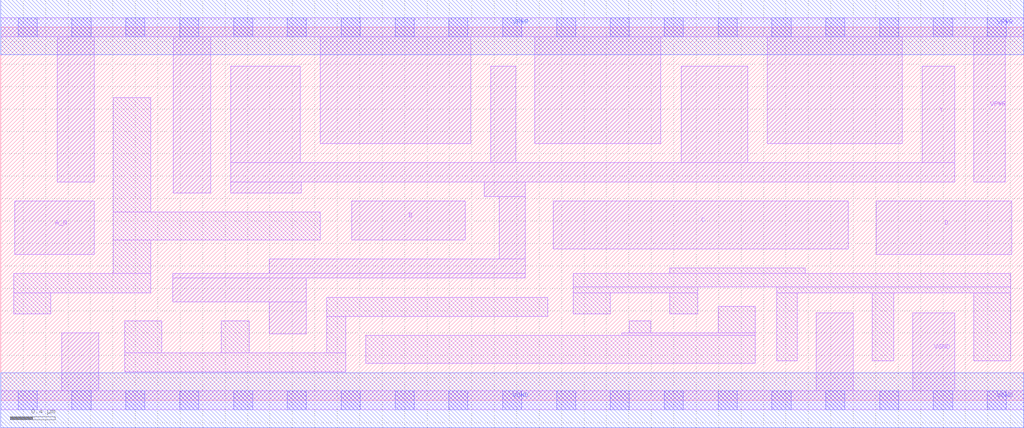
<source format=lef>
# Copyright 2020 The SkyWater PDK Authors
#
# Licensed under the Apache License, Version 2.0 (the "License");
# you may not use this file except in compliance with the License.
# You may obtain a copy of the License at
#
#     https://www.apache.org/licenses/LICENSE-2.0
#
# Unless required by applicable law or agreed to in writing, software
# distributed under the License is distributed on an "AS IS" BASIS,
# WITHOUT WARRANTIES OR CONDITIONS OF ANY KIND, either express or implied.
# See the License for the specific language governing permissions and
# limitations under the License.
#
# SPDX-License-Identifier: Apache-2.0

VERSION 5.7 ;
  NAMESCASESENSITIVE ON ;
  NOWIREEXTENSIONATPIN ON ;
  DIVIDERCHAR "/" ;
  BUSBITCHARS "[]" ;
UNITS
  DATABASE MICRONS 200 ;
END UNITS
MACRO sky130_fd_sc_ls__nand4b_4
  CLASS CORE ;
  SOURCE USER ;
  FOREIGN sky130_fd_sc_ls__nand4b_4 ;
  ORIGIN  0.000000  0.000000 ;
  SIZE  9.120000 BY  3.330000 ;
  SYMMETRY X Y ;
  SITE unit ;
  PIN A_N
    ANTENNAGATEAREA  0.363000 ;
    DIRECTION INPUT ;
    USE SIGNAL ;
    PORT
      LAYER li1 ;
        RECT 0.125000 1.300000 0.835000 1.780000 ;
    END
  END A_N
  PIN B
    ANTENNAGATEAREA  0.780000 ;
    DIRECTION INPUT ;
    USE SIGNAL ;
    PORT
      LAYER li1 ;
        RECT 3.130000 1.430000 4.140000 1.780000 ;
    END
  END B
  PIN C
    ANTENNAGATEAREA  0.780000 ;
    DIRECTION INPUT ;
    USE SIGNAL ;
    PORT
      LAYER li1 ;
        RECT 4.925000 1.350000 7.555000 1.780000 ;
    END
  END C
  PIN D
    ANTENNAGATEAREA  0.780000 ;
    DIRECTION INPUT ;
    USE SIGNAL ;
    PORT
      LAYER li1 ;
        RECT 7.805000 1.300000 9.015000 1.780000 ;
    END
  END D
  PIN Y
    ANTENNADIFFAREA  2.665600 ;
    DIRECTION OUTPUT ;
    USE SIGNAL ;
    PORT
      LAYER li1 ;
        RECT 1.535000 0.880000 2.725000 1.090000 ;
        RECT 1.535000 1.090000 4.675000 1.130000 ;
        RECT 2.050000 1.850000 2.680000 1.950000 ;
        RECT 2.050000 1.950000 8.505000 2.120000 ;
        RECT 2.050000 2.120000 2.670000 2.980000 ;
        RECT 2.395000 0.595000 2.725000 0.880000 ;
        RECT 2.395000 1.130000 4.675000 1.260000 ;
        RECT 4.310000 1.820000 4.675000 1.950000 ;
        RECT 4.370000 2.120000 4.590000 2.980000 ;
        RECT 4.445000 1.260000 4.675000 1.820000 ;
        RECT 6.065000 2.120000 6.660000 2.980000 ;
        RECT 8.215000 2.120000 8.505000 2.980000 ;
    END
  END Y
  PIN VGND
    DIRECTION INOUT ;
    SHAPE ABUTMENT ;
    USE GROUND ;
    PORT
      LAYER li1 ;
        RECT 0.000000 -0.085000 9.120000 0.085000 ;
        RECT 0.545000  0.085000 0.875000 0.600000 ;
        RECT 7.270000  0.085000 7.600000 0.780000 ;
        RECT 8.130000  0.085000 8.505000 0.780000 ;
      LAYER mcon ;
        RECT 0.155000 -0.085000 0.325000 0.085000 ;
        RECT 0.635000 -0.085000 0.805000 0.085000 ;
        RECT 1.115000 -0.085000 1.285000 0.085000 ;
        RECT 1.595000 -0.085000 1.765000 0.085000 ;
        RECT 2.075000 -0.085000 2.245000 0.085000 ;
        RECT 2.555000 -0.085000 2.725000 0.085000 ;
        RECT 3.035000 -0.085000 3.205000 0.085000 ;
        RECT 3.515000 -0.085000 3.685000 0.085000 ;
        RECT 3.995000 -0.085000 4.165000 0.085000 ;
        RECT 4.475000 -0.085000 4.645000 0.085000 ;
        RECT 4.955000 -0.085000 5.125000 0.085000 ;
        RECT 5.435000 -0.085000 5.605000 0.085000 ;
        RECT 5.915000 -0.085000 6.085000 0.085000 ;
        RECT 6.395000 -0.085000 6.565000 0.085000 ;
        RECT 6.875000 -0.085000 7.045000 0.085000 ;
        RECT 7.355000 -0.085000 7.525000 0.085000 ;
        RECT 7.835000 -0.085000 8.005000 0.085000 ;
        RECT 8.315000 -0.085000 8.485000 0.085000 ;
        RECT 8.795000 -0.085000 8.965000 0.085000 ;
      LAYER met1 ;
        RECT 0.000000 -0.245000 9.120000 0.245000 ;
    END
  END VGND
  PIN VPWR
    DIRECTION INOUT ;
    SHAPE ABUTMENT ;
    USE POWER ;
    PORT
      LAYER li1 ;
        RECT 0.000000 3.245000 9.120000 3.415000 ;
        RECT 0.505000 1.950000 0.835000 3.245000 ;
        RECT 1.540000 1.850000 1.870000 3.245000 ;
        RECT 2.850000 2.290000 4.190000 3.245000 ;
        RECT 4.760000 2.290000 5.885000 3.245000 ;
        RECT 6.835000 2.290000 8.035000 3.245000 ;
        RECT 8.675000 1.950000 8.955000 3.245000 ;
      LAYER mcon ;
        RECT 0.155000 3.245000 0.325000 3.415000 ;
        RECT 0.635000 3.245000 0.805000 3.415000 ;
        RECT 1.115000 3.245000 1.285000 3.415000 ;
        RECT 1.595000 3.245000 1.765000 3.415000 ;
        RECT 2.075000 3.245000 2.245000 3.415000 ;
        RECT 2.555000 3.245000 2.725000 3.415000 ;
        RECT 3.035000 3.245000 3.205000 3.415000 ;
        RECT 3.515000 3.245000 3.685000 3.415000 ;
        RECT 3.995000 3.245000 4.165000 3.415000 ;
        RECT 4.475000 3.245000 4.645000 3.415000 ;
        RECT 4.955000 3.245000 5.125000 3.415000 ;
        RECT 5.435000 3.245000 5.605000 3.415000 ;
        RECT 5.915000 3.245000 6.085000 3.415000 ;
        RECT 6.395000 3.245000 6.565000 3.415000 ;
        RECT 6.875000 3.245000 7.045000 3.415000 ;
        RECT 7.355000 3.245000 7.525000 3.415000 ;
        RECT 7.835000 3.245000 8.005000 3.415000 ;
        RECT 8.315000 3.245000 8.485000 3.415000 ;
        RECT 8.795000 3.245000 8.965000 3.415000 ;
      LAYER met1 ;
        RECT 0.000000 3.085000 9.120000 3.575000 ;
    END
  END VPWR
  OBS
    LAYER li1 ;
      RECT 0.115000 0.770000 0.445000 0.960000 ;
      RECT 0.115000 0.960000 1.335000 1.130000 ;
      RECT 1.005000 1.130000 1.335000 1.430000 ;
      RECT 1.005000 1.430000 2.850000 1.680000 ;
      RECT 1.005000 1.680000 1.335000 2.700000 ;
      RECT 1.105000 0.255000 3.075000 0.425000 ;
      RECT 1.105000 0.425000 1.435000 0.710000 ;
      RECT 1.965000 0.425000 2.215000 0.710000 ;
      RECT 2.905000 0.425000 3.075000 0.750000 ;
      RECT 2.905000 0.750000 4.875000 0.920000 ;
      RECT 3.255000 0.330000 6.725000 0.580000 ;
      RECT 5.105000 0.770000 5.435000 0.960000 ;
      RECT 5.105000 0.960000 6.215000 1.010000 ;
      RECT 5.105000 1.010000 9.005000 1.130000 ;
      RECT 5.535000 0.580000 6.725000 0.600000 ;
      RECT 5.605000 0.600000 5.795000 0.710000 ;
      RECT 5.965000 0.770000 6.215000 0.960000 ;
      RECT 5.965000 1.130000 7.170000 1.180000 ;
      RECT 6.395000 0.600000 6.725000 0.840000 ;
      RECT 6.920000 0.350000 7.100000 0.960000 ;
      RECT 6.920000 0.960000 9.005000 1.010000 ;
      RECT 7.770000 0.350000 7.960000 0.960000 ;
      RECT 8.675000 0.350000 9.005000 0.960000 ;
  END
END sky130_fd_sc_ls__nand4b_4

</source>
